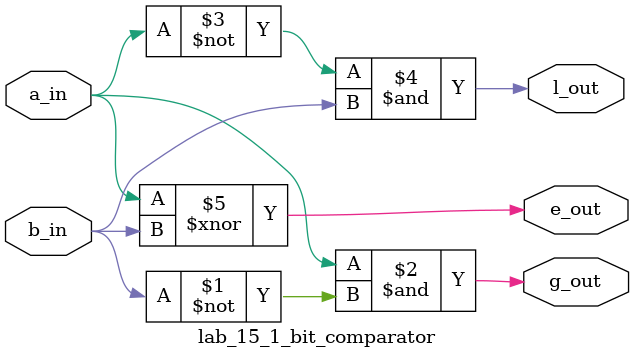
<source format=v>
`timescale 1ns / 1ps


module lab_15_1_bit_comparator(input a_in,
                                 input b_in,
                                 output  g_out,
                                 output   l_out,
                                 output  e_out

    );
    assign g_out=(a_in) &(~b_in);
     assign l_out=(~a_in) &(b_in);
     assign e_out=a_in ~^ b_in;
    


   
    
    
endmodule

</source>
